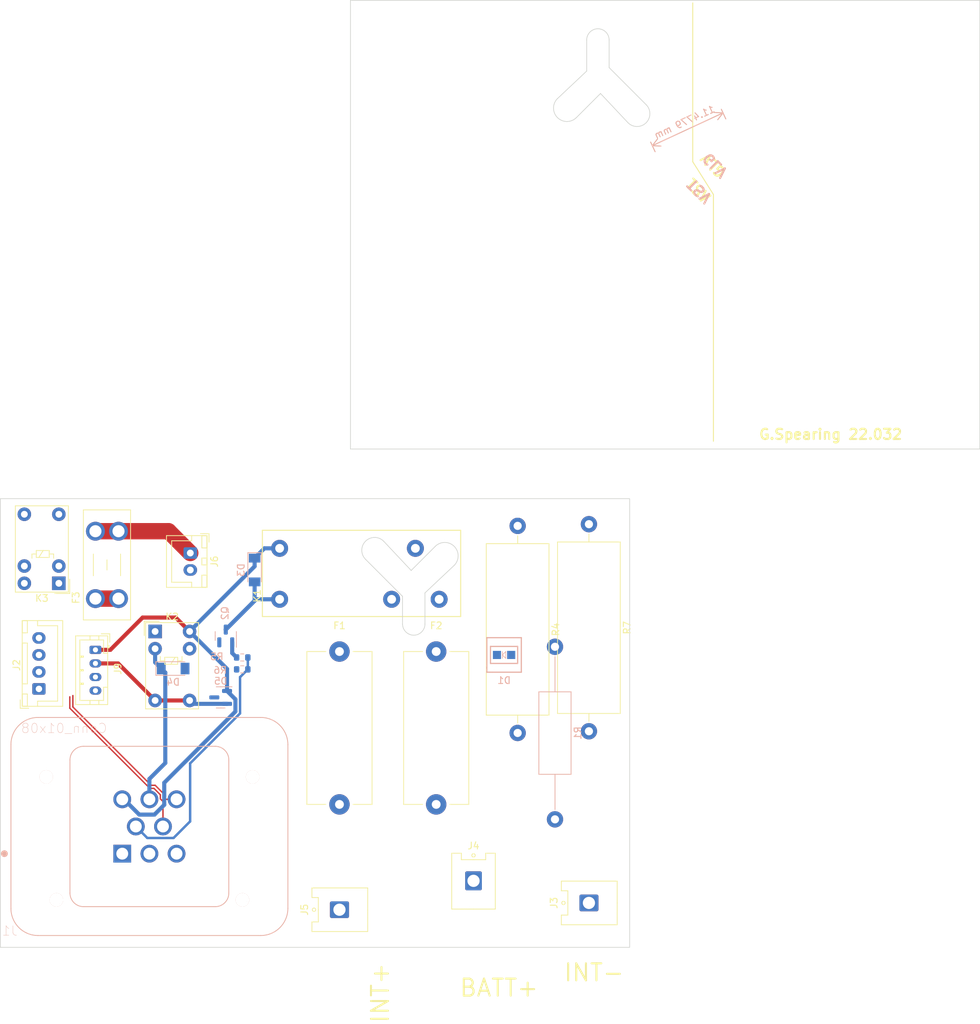
<source format=kicad_pcb>
(kicad_pcb (version 20211014) (generator pcbnew)
  (layers (0 "F.Cu" signal) (31 "B.Cu" signal) (34 "B.Paste" user) (35 "F.Paste" user) (36 "B.SilkS" user "B.Silkscreen") (37 "F.SilkS" user "F.Silkscreen") (38 "B.Mask" user) (39 "F.Mask" user) (44 "Edge.Cuts" user))
  (net 0 "")
  (net 1 "/INT-")
  (net 2 "Net-(D1-Pad2)")
  (net 3 "Net-(D3-Pad2)")
  (net 4 "/MAIN_CONT")
  (net 5 "GND")
  (net 6 "/AIR_B+")
  (net 7 "Net-(F1-Pad1)")
  (net 8 "Net-(F2-Pad1)")
  (net 9 "/B+")
  (net 10 "+12V")
  (net 11 "/PRECHARGE")
  (net 12 "/AIR_B-")
  (net 13 "/BMS_CAN+")
  (net 14 "/BMS_CAN-")
  (net 15 "/INT+")
  (net 16 "Net-(K1-Pad5)")
  (net 18 "Net-(Q2-Pad1)")
  (net 19 "Net-(F3-Pad2)")
  (net 20 "/FAN_OUT")
  (net 21 "/BMS_FAN")
  (footprint "AERO_Footprints:Fuseholder_Cylinder-5x20mm_Schurter_0031_8201_Horizontal_Open_3d" (layer "F.Cu") (at 109.5 145.25 -90)
    (fp_text reference "F1" (at -3.81 0) (layer "F.SilkS"))
    (fp_text value "1A 300VDC")
    (fp_line (start 22.5 4.8) (end 22.5 2) (layer "F.SilkS") (width 0.12))
    (fp_line (start 0 -4.8) (end 22.5 -4.8) (layer "F.SilkS") (width 0.12))
    (fp_line (start 22.5 -2) (end 22.5 -4.8) (layer "F.SilkS") (width 0.12))
    (fp_line (start 0 -2) (end 0 -4.8) (layer "F.SilkS") (width 0.12))
    (fp_line (start 0 4.8) (end 22.5 4.8) (layer "F.SilkS") (width 0.12))
    (fp_line (start 0 4.8) (end 0 2) (layer "F.SilkS") (width 0.12))
    (pad "" np_thru_hole circle locked (at 11.25 0 270) (size 2.7 2.7) (drill 2.7) (layers *.Cu *.Mask))
    (pad "1" thru_hole circle locked (at 0 0 270) (size 3 3) (drill 1.3) (layers *.Cu *.Mask) (net 7 "Net-(F1-Pad1)"))
    (pad "2" thru_hole circle locked (at 22.5 0 270) (size 3 3) (drill 1.3) (layers *.Cu *.Mask) (net 1 "/INT-"))
  )
  (footprint "Connector_JST:JST_PH_B4B-PH-K_1x04_P2.00mm_Vertical" (layer "F.Cu") (at 73.55 145 -90)
    (fp_text reference "J9" (at 2.794 -3.302 90) (layer "F.SilkS"))
    (fp_text value "JST PH")
    (fp_line (start -2.36 -2.11) (end -2.36 -0.86) (layer "F.SilkS") (width 0.12))
    (fp_line (start 8.06 0.8) (end 7.45 0.8) (layer "F.SilkS") (width 0.12))
    (fp_line (start 0.5 -1.81) (end 0.5 -1.2) (layer "F.SilkS") (width 0.12))
    (fp_line (start 2.9 2.3) (end 2.9 1.8) (layer "F.SilkS") (width 0.12))
    (fp_line (start -0.3 -1.81) (end -0.3 -2.01) (layer "F.SilkS") (width 0.12))
    (fp_line (start 0.9 2.3) (end 0.9 1.8) (layer "F.SilkS") (width 0.12))
    (fp_line (start 8.06 -0.5) (end 7.45 -0.5) (layer "F.SilkS") (width 0.12))
    (fp_line (start -2.06 -0.5) (end -1.45 -0.5) (layer "F.SilkS") (width 0.12))
    (fp_line (start -0.3 -1.91) (end -0.6 -1.91) (layer "F.SilkS") (width 0.12))
    (fp_line (start 5 2.3) (end 5 1.8) (layer "F.SilkS") (width 0.12))
    (fp_line (start -0.3 -2.01) (end -0.6 -2.01) (layer "F.SilkS") (width 0.12))
    (fp_line (start -2.06 -1.81) (end -2.06 2.91) (layer "F.SilkS") (width 0.12))
    (fp_line (start 1 2.3) (end 1 1.8) (layer "F.SilkS") (width 0.12))
    (fp_line (start 3 2.3) (end 3 1.8) (layer "F.SilkS") (width 0.12))
    (fp_line (start -1.45 2.3) (end 7.45 2.3) (layer "F.SilkS") (width 0.12))
    (fp_line (start -0.6 -2.01) (end -0.6 -1.81) (layer "F.SilkS") (width 0.12))
    (fp_line (start 4.9 1.8) (end 5.1 1.8) (layer "F.SilkS") (width 0.12))
    (fp_line (start 7.45 -1.2) (end 5.5 -1.2) (layer "F.SilkS") (width 0.12))
    (fp_line (start 7.45 2.3) (end 7.45 -1.2) (layer "F.SilkS") (width 0.12))
    (fp_line (start 8.06 -1.81) (end -2.06 -1.81) (layer "F.SilkS") (width 0.12))
    (fp_line (start -1.45 -1.2) (end -1.45 2.3) (layer "F.SilkS") (width 0.12))
    (fp_line (start -2.06 2.91) (end 8.06 2.91) (layer "F.SilkS") (width 0.12))
    (fp_line (start 3.1 1.8) (end 3.1 2.3) (layer "F.SilkS") (width 0.12))
    (fp_line (start -2.06 0.8) (end -1.45 0.8) (layer "F.SilkS") (width 0.12))
    (fp_line (start 8.06 2.91) (end 8.06 -1.81) (layer "F.SilkS") (width 0.12))
    (fp_line (start 5.5 -1.2) (end 5.5 -1.81) (layer "F.SilkS") (width 0.12))
    (fp_line (start 4.9 2.3) (end 4.9 1.8) (layer "F.SilkS") (width 0.12))
    (fp_line (start 5.1 1.8) (end 5.1 2.3) (layer "F.SilkS") (width 0.12))
    (fp_line (start 0.9 1.8) (end 1.1 1.8) (layer "F.SilkS") (width 0.12))
    (fp_line (start 0.5 -1.2) (end -1.45 -1.2) (layer "F.SilkS") (width 0.12))
    (fp_line (start -1.11 -2.11) (end -2.36 -2.11) (layer "F.SilkS") (width 0.12))
    (fp_line (start 2.9 1.8) (end 3.1 1.8) (layer "F.SilkS") (width 0.12))
    (fp_line (start 1.1 1.8) (end 1.1 2.3) (layer "F.SilkS") (width 0.12))
    (pad "1" thru_hole roundrect locked (at 0 0 270) (size 1.2 1.75) (drill 0.75) (layers *.Cu *.Mask) (roundrect_rratio 0.208333) (net 12 "/AIR_B-"))
    (pad "2" thru_hole oval locked (at 2 0 270) (size 1.2 1.75) (drill 0.75) (layers *.Cu *.Mask) (net 6 "/AIR_B+"))
    (pad "3" thru_hole oval locked (at 4 0 270) (size 1.2 1.75) (drill 0.75) (layers *.Cu *.Mask) (net 5 "GND"))
    (pad "4" thru_hole oval locked (at 6 0 270) (size 1.2 1.75) (drill 0.75) (layers *.Cu *.Mask) (net 5 "GND"))
  )
  (footprint "Relay_THT:Relay_SPDT_Omron_G5V-1" (layer "F.Cu") (at 68.1575 135.2075 180)
    (fp_text reference "K3" (at 2.5 -2.2) (layer "F.SilkS"))
    (fp_text value "G5V-1")
    (fp_line (start 3.327 3.81) (end 1.422 3.81) (layer "F.SilkS") (width 0.12))
    (fp_line (start 0.762 3.683) (end 0.762 4.318) (layer "F.SilkS") (width 0.12))
    (fp_line (start 6.4 11.4) (end -1.4 11.4) (layer "F.SilkS") (width 0.12))
    (fp_line (start 1.422 4.826) (end 3.327 4.826) (layer "F.SilkS") (width 0.12))
    (fp_line (start -1.4 -1.3) (end 6.4 -1.3) (layer "F.SilkS") (width 0.12))
    (fp_line (start 3.962 4.318) (end 3.327 4.318) (layer "F.SilkS") (width 0.12))
    (fp_line (start 1.422 3.81) (end 1.422 4.826) (layer "F.SilkS") (width 0.12))
    (fp_line (start 2.946 3.81) (end 2.311 4.826) (layer "F.SilkS") (width 0.12))
    (fp_line (start -1.6 0.6) (end -1.6 -1.5) (layer "F.SilkS") (width 0.12))
    (fp_line (start 3.962 3.683) (end 3.962 4.318) (layer "F.SilkS") (width 0.12))
    (fp_line (start 6.4 -1.3) (end 6.4 11.4) (layer "F.SilkS") (width 0.12))
    (fp_line (start 0.762 4.318) (end 1.422 4.318) (layer "F.SilkS") (width 0.12))
    (fp_line (start -1.4 11.4) (end -1.4 -1.3) (layer "F.SilkS") (width 0.12))
    (fp_line (start 3.327 3.81) (end 3.327 4.826) (layer "F.SilkS") (width 0.12))
    (fp_line (start -1.6 -1.5) (end 0.6 -1.5) (layer "F.SilkS") (width 0.12))
    (pad "1" thru_hole rect locked (at 0 0 180) (size 2 2) (drill 1) (layers *.Cu *.Mask))
    (pad "2" thru_hole circle locked (at 0 2.54 180) (size 2 2) (drill 1) (layers *.Cu *.Mask) (net 10 "+12V"))
    (pad "5" thru_hole circle locked (at 0 10.16 180) (size 2 2) (drill 1) (layers *.Cu *.Mask) (net 10 "+12V"))
    (pad "6" thru_hole circle locked (at 5.08 10.16 180) (size 2 2) (drill 1) (layers *.Cu *.Mask) (net 10 "+12V"))
    (pad "9" thru_hole circle locked (at 5.08 2.54 180) (size 2 2) (drill 1) (layers *.Cu *.Mask) (net 21 "/BMS_FAN"))
    (pad "10" thru_hole circle locked (at 5.08 0 180) (size 2 2) (drill 1) (layers *.Cu *.Mask) (net 20 "/FAN_OUT"))
  )
  (footprint "AERO_Footprints:G2RL" (layer "F.Cu") (at 113.385 133.75)
    (fp_text reference "K1" (at -16.002 3.302 90) (layer "F.SilkS"))
    (fp_text value "G2RL")
    (fp_line (start -15.24 -6.35) (end 13.97 -6.35) (layer "F.SilkS") (width 0.15))
    (fp_line (start 13.97 -6.35) (end 13.97 6.35) (layer "F.SilkS") (width 0.15))
    (fp_line (start -15.24 6.35) (end -15.24 -6.35) (layer "F.SilkS") (width 0.15))
    (fp_line (start 13.97 6.35) (end -15.24 6.35) (layer "F.SilkS") (width 0.15))
    (pad "1" thru_hole circle locked (at 3.8 3.81) (size 2.5 2.5) (drill 1.3) (layers *.Cu *.Mask) (net 7 "Net-(F1-Pad1)"))
    (pad "2" thru_hole circle locked (at -12.7 -3.69) (size 2.5 2.5) (drill 1.3) (layers *.Cu *.Mask) (net 12 "/AIR_B-"))
    (pad "5" thru_hole circle locked (at 7.3 -3.69) (size 2.5 2.5) (drill 1.3) (layers *.Cu *.Mask) (net 16 "Net-(K1-Pad5)"))
    (pad "9" thru_hole circle locked (at -12.7 3.81) (size 2.5 2.5) (drill 1.3) (layers *.Cu *.Mask) (net 3 "Net-(D3-Pad2)"))
    (pad "10" thru_hole circle locked (at 10.8 3.81) (size 2.5 2.5) (drill 1.3) (layers *.Cu *.Mask) (net 8 "Net-(F2-Pad1)"))
  )
  (footprint "AERO_Footprints:Fuseholder_Blade_Mini_Keystone_3568" (layer "F.Cu") (at 73.55 137.46 90)
    (fp_text reference "F3" (at 0.134 -2.872 90) (layer "F.SilkS"))
    (fp_text value "Fuse")
    (fp_line (start 6.56 3.7) (end 3.36 3.7) (layer "F.SilkS") (width 0.12))
    (fp_line (start 13.06 -1.77) (end -3.14 -1.77) (layer "F.SilkS") (width 0.12))
    (fp_line (start 3.36 -0.3) (end 6.56 -0.3) (layer "F.SilkS") (width 0.12))
    (fp_line (start -3.14 5.17) (end 13.06 5.17) (layer "F.SilkS") (width 0.12))
    (fp_line (start 4.21 1.7) (end 5.71 1.7) (layer "F.SilkS") (width 0.12))
    (fp_line (start -3.14 -1.77) (end -3.14 5.17) (layer "F.SilkS") (width 0.12))
    (fp_line (start 13.06 5.17) (end 13.06 -1.77) (layer "F.SilkS") (width 0.12))
    (pad "1" thru_hole circle locked (at 0 3.4 90) (size 2.78 2.78) (drill 1.78) (layers *.Cu *.Mask) (net 20 "/FAN_OUT"))
    (pad "1" thru_hole circle locked (at 0 0 90) (size 2.78 2.78) (drill 1.78) (layers *.Cu *.Mask) (net 20 "/FAN_OUT"))
    (pad "2" thru_hole circle locked (at 9.92 0 90) (size 2.78 2.78) (drill 1.78) (layers *.Cu *.Mask) (net 19 "Net-(F3-Pad2)"))
    (pad "2" thru_hole circle locked (at 9.92 3.4 90) (size 2.78 2.78) (drill 1.78) (layers *.Cu *.Mask) (net 19 "Net-(F3-Pad2)"))
  )
  (footprint "Connector_JST:JST_XH_B4B-XH-A_1x04_P2.50mm_Vertical" (layer "F.Cu") (at 65.225 150.75 90)
    (fp_text reference "J2" (at 3.496 -3.285 90) (layer "F.SilkS"))
    (fp_text value "Conn_01x04")
    (fp_line (start -1.6 -2.75) (end -2.85 -2.75) (layer "F.SilkS") (width 0.12))
    (fp_line (start -2.85 -2.75) (end -2.85 -1.5) (layer "F.SilkS") (width 0.12))
    (fp_line (start 6.75 -2.45) (end 0.75 -2.45) (layer "F.SilkS") (width 0.12))
    (fp_line (start 0.75 -2.45) (end 0.75 -1.7) (layer "F.SilkS") (width 0.12))
    (fp_line (start 0.75 -1.7) (end 6.75 -1.7) (layer "F.SilkS") (width 0.12))
    (fp_line (start -1.8 -0.2) (end -1.8 2.75) (layer "F.SilkS") (width 0.12))
    (fp_line (start -1.8 2.75) (end 3.75 2.75) (layer "F.SilkS") (width 0.12))
    (fp_line (start 8.25 -2.45) (end 8.25 -1.7) (layer "F.SilkS") (width 0.12))
    (fp_line (start -0.75 -1.7) (end -0.75 -2.45) (layer "F.SilkS") (width 0.12))
    (fp_line (start 8.25 -1.7) (end 10.05 -1.7) (layer "F.SilkS") (width 0.12))
    (fp_line (start 6.75 -1.7) (end 6.75 -2.45) (layer "F.SilkS") (width 0.12))
    (fp_line (start -0.75 -2.45) (end -2.55 -2.45) (layer "F.SilkS") (width 0.12))
    (fp_line (start 9.3 -0.2) (end 9.3 2.75) (layer "F.SilkS") (width 0.12))
    (fp_line (start -2.56 -2.46) (end -2.56 3.51) (layer "F.SilkS") (width 0.12))
    (fp_line (start 9.3 2.75) (end 3.75 2.75) (layer "F.SilkS") (width 0.12))
    (fp_line (start 10.06 3.51) (end 10.06 -2.46) (layer "F.SilkS") (width 0.12))
    (fp_line (start -2.55 -0.2) (end -1.8 -0.2) (layer "F.SilkS") (width 0.12))
    (fp_line (start 10.05 -2.45) (end 8.25 -2.45) (layer "F.SilkS") (width 0.12))
    (fp_line (start 10.06 -2.46) (end -2.56 -2.46) (layer "F.SilkS") (width 0.12))
    (fp_line (start 10.05 -1.7) (end 10.05 -2.45) (layer "F.SilkS") (width 0.12))
    (fp_line (start -2.55 -2.45) (end -2.55 -1.7) (layer "F.SilkS") (width 0.12))
    (fp_line (start -2.55 -1.7) (end -0.75 -1.7) (layer "F.SilkS") (width 0.12))
    (fp_line (start -2.56 3.51) (end 10.06 3.51) (layer "F.SilkS") (width 0.12))
    (fp_line (start 10.05 -0.2) (end 9.3 -0.2) (layer "F.SilkS") (width 0.12))
    (pad "1" thru_hole roundrect locked (at 0 0 90) (size 1.7 1.95) (drill 0.95) (layers *.Cu *.Mask) (roundrect_rratio 0.147059) (net 10 "+12V"))
    (pad "2" thru_hole oval locked (at 2.5 0 90) (size 1.7 1.95) (drill 0.95) (layers *.Cu *.Mask) (net 13 "/BMS_CAN+"))
    (pad "3" thru_hole oval locked (at 5 0 90) (size 1.7 1.95) (drill 0.95) (layers *.Cu *.Mask) (net 14 "/BMS_CAN-"))
    (pad "4" thru_hole oval locked (at 7.5 0 90) (size 1.7 1.95) (drill 0.95) (layers *.Cu *.Mask) (net 5 "GND"))
  )
  (footprint "Connector_Hirose:Hirose_DF63M-1P-3.96DSA_1x01_P3.96mm_Vertical" (layer "F.Cu") (at 146.25 182.25 90)
    (fp_text reference "J3" (at 0 -5.15 90) (layer "F.SilkS"))
    (fp_text value "Conn_01x01")
    (fp_line (start 0 4.16) (end 3.21 4.16) (layer "F.SilkS") (width 0.12))
    (fp_line (start 3.21 4.16) (end 3.21 -4.06) (layer "F.SilkS") (width 0.12))
    (fp_line (start 1.79 -4.06) (end 1.79 -3.11) (layer "F.SilkS") (width 0.12))
    (fp_line (start 3.21 -4.06) (end 1.79 -4.06) (layer "F.SilkS") (width 0.12))
    (fp_line (start 1.79 -3.11) (end 0 -3.11) (layer "F.SilkS") (width 0.12))
    (fp_line (start -3.21 -4.06) (end -1.79 -4.06) (layer "F.SilkS") (width 0.12))
    (fp_line (start 0 4.16) (end -3.21 4.16) (layer "F.SilkS") (width 0.12))
    (fp_line (start -1.79 -3.11) (end 0 -3.11) (layer "F.SilkS") (width 0.12))
    (fp_line (start -1.79 -4.06) (end -1.79 -3.11) (layer "F.SilkS") (width 0.12))
    (fp_line (start -3.21 4.16) (end -3.21 -4.06) (layer "F.SilkS") (width 0.12))
    (fp_circle (center 0 -3.75) (end 0.25 -3.75) (layer "F.SilkS") (width 0.12) (fill none))
    (pad "" np_thru_hole circle locked (at -1.5 3.25 90) (size 1.6 1.6) (drill 1.6) (layers *.Cu *.Mask))
    (pad "1" thru_hole roundrect locked (at 0 0 90) (size 2.46 2.8) (drill 1.8) (layers *.Cu *.Mask) (roundrect_rratio 0.101626) (net 15 "/INT+"))
  )
  (footprint "AERO_Footprints:Fuseholder_Cylinder-5x20mm_Schurter_0031_8201_Horizontal_Open_3d" (layer "F.Cu") (at 123.75 145.25 -90)
    (fp_text reference "F2" (at -3.81 0) (layer "F.SilkS"))
    (fp_text value "1A 300VDC")
    (fp_line (start 0 -4.8) (end 22.5 -4.8) (layer "F.SilkS") (width 0.12))
    (fp_line (start 0 4.8) (end 0 2) (layer "F.SilkS") (width 0.12))
    (fp_line (start 22.5 4.8) (end 22.5 2) (layer "F.SilkS") (width 0.12))
    (fp_line (start 22.5 -2) (end 22.5 -4.8) (layer "F.SilkS") (width 0.12))
    (fp_line (start 0 -2) (end 0 -4.8) (layer "F.SilkS") (width 0.12))
    (fp_line (start 0 4.8) (end 22.5 4.8) (layer "F.SilkS") (width 0.12))
    (pad "" np_thru_hole circle locked (at 11.25 0 270) (size 2.7 2.7) (drill 2.7) (layers *.Cu *.Mask))
    (pad "1" thru_hole circle locked (at 0 0 270) (size 3 3) (drill 1.3) (layers *.Cu *.Mask) (net 8 "Net-(F2-Pad1)"))
    (pad "2" thru_hole circle locked (at 22.5 0 270) (size 3 3) (drill 1.3) (layers *.Cu *.Mask) (net 9 "/B+"))
  )
  (footprint "Connector_JST:JST_XH_B2B-XH-A_1x02_P2.50mm_Vertical" (layer "F.Cu") (at 87.525 130.75 -90)
    (fp_text reference "J6" (at 1.25 -3.55 90) (layer "F.SilkS"))
    (fp_text value "Conn_01x02")
    (fp_line (start -2.55 -1.7) (end -0.75 -1.7) (layer "F.SilkS") (width 0.12))
    (fp_line (start -0.75 -2.45) (end -2.55 -2.45) (layer "F.SilkS") (width 0.12))
    (fp_line (start 5.06 -2.46) (end -2.56 -2.46) (layer "F.SilkS") (width 0.12))
    (fp_line (start -0.75 -1.7) (end -0.75 -2.45) (layer "F.SilkS") (width 0.12))
    (fp_line (start -1.8 2.75) (end 1.25 2.75) (layer "F.SilkS") (width 0.12))
    (fp_line (start -1.6 -2.75) (end -2.85 -2.75) (layer "F.SilkS") (width 0.12))
    (fp_line (start 0.75 -2.45) (end 0.75 -1.7) (layer "F.SilkS") (width 0.12))
    (fp_line (start 5.06 3.51) (end 5.06 -2.46) (layer "F.SilkS") (width 0.12))
    (fp_line (start 5.05 -1.7) (end 5.05 -2.45) (layer "F.SilkS") (width 0.12))
    (fp_line (start 1.75 -1.7) (end 1.75 -2.45) (layer "F.SilkS") (width 0.12))
    (fp_line (start 1.75 -2.45) (end 0.75 -2.45) (layer "F.SilkS") (width 0.12))
    (fp_line (start 4.3 2.75) (end 1.25 2.75) (layer "F.SilkS") (width 0.12))
    (fp_line (start -2.55 -2.45) (end -2.55 -1.7) (layer "F.SilkS") (width 0.12))
    (fp_line (start 0.75 -1.7) (end 1.75 -1.7) (layer "F.SilkS") (width 0.12))
    (fp_line (start 5.05 -0.2) (end 4.3 -0.2) (layer "F.SilkS") (width 0.12))
    (fp_line (start 5.05 -2.45) (end 3.25 -2.45) (layer "F.SilkS") (width 0.12))
    (fp_line (start -2.56 3.51) (end 5.06 3.51) (layer "F.SilkS") (width 0.12))
    (fp_line (start -2.56 -2.46) (end -2.56 3.51) (layer "F.SilkS") (width 0.12))
    (fp_line (start 3.25 -2.45) (end 3.25 -1.7) (layer "F.SilkS") (width 0.12))
    (fp_line (start 3.25 -1.7) (end 5.05 -1.7) (layer "F.SilkS") (width 0.12))
    (fp_line (start -2.85 -2.75) (end -2.85 -1.5) (layer "F.SilkS") (width 0.12))
    (fp_line (start -2.55 -0.2) (end -1.8 -0.2) (layer "F.SilkS") (width 0.12))
    (fp_line (start 4.3 -0.2) (end 4.3 2.75) (layer "F.SilkS") (width 0.12))
    (fp_line (start -1.8 -0.2) (end -1.8 2.75) (layer "F.SilkS") (width 0.12))
    (pad "1" thru_hole roundrect locked (at 0 0 270) (size 1.7 2) (drill 1) (layers *.Cu *.Mask) (roundrect_rratio 0.147059) (net 19 "Net-(F3-Pad2)"))
    (pad "2" thru_hole oval locked (at 2.5 0 270) (size 1.7 2) (drill 1) (layers *.Cu *.Mask) (net 5 "GND"))
  )
  (footprint "Resistor_THT:R_Axial_Power_L25.0mm_W9.0mm_P30.48mm" (layer "F.Cu") (at 135.75 126.755 -90)
    (fp_text reference "R4" (at 15.24 -5.62 90) (layer "F.SilkS"))
    (fp_text value "1k 7W")
    (fp_line (start 2.62 4.62) (end 27.86 4.62) (layer "F.SilkS") (width 0.12))
    (fp_line (start 29.04 0) (end 27.86 0) (layer "F.SilkS") (width 0.12))
    (fp_line (start 2.62 -4.62) (end 2.62 4.62) (layer "F.SilkS") (width 0.12))
    (fp_line (start 27.86 -4.62) (end 2.62 -4.62) (layer "F.SilkS") (width 0.12))
    (fp_line (start 27.86 4.62) (end 27.86 -4.62) (layer "F.SilkS") (width 0.12))
    (fp_line (start 1.44 0) (end 2.62 0) (layer "F.SilkS") (width 0.12))
    (pad "1" thru_hole circle locked (at 0 0 270) (size 2.4 2.4) (drill 1.2) (layers *.Cu *.Mask) (net 16 "Net-(K1-Pad5)"))
    (pad "2" thru_hole oval locked (at 30.48 0 270) (size 2.4 2.4) (drill 1.2) (layers *.Cu *.Mask) (net 15 "/INT+"))
  )
  (footprint "Resistor_THT:R_Axial_Power_L25.0mm_W9.0mm_P30.48mm" (layer "F.Cu") (at 146.25 126.505 -90)
    (fp_text reference "R7" (at 15.24 -5.62 90) (layer "F.SilkS"))
    (fp_text value "1k 7W")
    (fp_line (start 27.86 4.62) (end 27.86 -4.62) (layer "F.SilkS") (width 0.12))
    (fp_line (start 27.86 -4.62) (end 2.62 -4.62) (layer "F.SilkS") (width 0.12))
    (fp_line (start 2.62 -4.62) (end 2.62 4.62) (layer "F.SilkS") (width 0.12))
    (fp_line (start 1.44 0) (end 2.62 0) (layer "F.SilkS") (width 0.12))
    (fp_line (start 2.62 4.62) (end 27.86 4.62) (layer "F.SilkS") (width 0.12))
    (fp_line (start 29.04 0) (end 27.86 0) (layer "F.SilkS") (width 0.12))
    (pad "1" thru_hole circle locked (at 0 0 270) (size 2.4 2.4) (drill 1.2) (layers *.Cu *.Mask) (net 16 "Net-(K1-Pad5)"))
    (pad "2" thru_hole oval locked (at 30.48 0 270) (size 2.4 2.4) (drill 1.2) (layers *.Cu *.Mask) (net 15 "/INT+"))
  )
  (footprint "Connector_Hirose:Hirose_DF63M-1P-3.96DSA_1x01_P3.96mm_Vertical" (layer "F.Cu") (at 129.25 179)
    (fp_text reference "J4" (at 0 -5.15) (layer "F.SilkS"))
    (fp_text value "Conn_01x01")
    (fp_line (start 0 4.16) (end 3.21 4.16) (layer "F.SilkS") (width 0.12))
    (fp_line (start -1.79 -3.11) (end 0 -3.11) (layer "F.SilkS") (width 0.12))
    (fp_line (start 0 4.16) (end -3.21 4.16) (layer "F.SilkS") (width 0.12))
    (fp_line (start 3.21 -4.06) (end 1.79 -4.06) (layer "F.SilkS") (width 0.12))
    (fp_line (start -1.79 -4.06) (end -1.79 -3.11) (layer "F.SilkS") (width 0.12))
    (fp_line (start 1.79 -4.06) (end 1.79 -3.11) (layer "F.SilkS") (width 0.12))
    (fp_line (start 1.79 -3.11) (end 0 -3.11) (layer "F.SilkS") (width 0.12))
    (fp_line (start 3.21 4.16) (end 3.21 -4.06) (layer "F.SilkS") (width 0.12))
    (fp_line (start -3.21 -4.06) (end -1.79 -4.06) (layer "F.SilkS") (width 0.12))
    (fp_line (start -3.21 4.16) (end -3.21 -4.06) (layer "F.SilkS") (width 0.12))
    (fp_circle (center 0 -3.75) (end 0.25 -3.75) (layer "F.SilkS") (width 0.12) (fill none))
    (pad "" np_thru_hole circle locked (at -1.5 3.25) (size 1.6 1.6) (drill 1.6) (layers *.Cu *.Mask))
    (pad "1" thru_hole roundrect locked (at 0 0) (size 2.46 2.8) (drill 1.8) (layers *.Cu *.Mask) (roundrect_rratio 0.101626) (net 9 "/B+"))
  )
  (footprint "Connector_Hirose:Hirose_DF63M-1P-3.96DSA_1x01_P3.96mm_Vertical" (layer "F.Cu") (at 109.5 183.25 90)
    (fp_text reference "J5" (at 0 -5.15 90) (layer "F.SilkS"))
    (fp_text value "Conn_01x01")
    (fp_line (start -1.79 -4.06) (end -1.79 -3.11) (layer "F.SilkS") (width 0.12))
    (fp_line (start 1.79 -4.06) (end 1.79 -3.11) (layer "F.SilkS") (width 0.12))
    (fp_line (start 3.21 -4.06) (end 1.79 -4.06) (layer "F.SilkS") (width 0.12))
    (fp_line (start -3.21 4.16) (end -3.21 -4.06) (layer "F.SilkS") (width 0.12))
    (fp_line (start -3.21 -4.06) (end -1.79 -4.06) (layer "F.SilkS") (width 0.12))
    (fp_line (start 0 4.16) (end 3.21 4.16) (layer "F.SilkS") (width 0.12))
    (fp_line (start 0 4.16) (end -3.21 4.16) (layer "F.SilkS") (width 0.12))
    (fp_line (start -1.79 -3.11) (end 0 -3.11) (layer "F.SilkS") (width 0.12))
    (fp_line (start 1.79 -3.11) (end 0 -3.11) (layer "F.SilkS") (width 0.12))
    (fp_line (start 3.21 4.16) (end 3.21 -4.06) (layer "F.SilkS") (width 0.12))
    (fp_circle (center 0 -3.75) (end 0.25 -3.75) (layer "F.SilkS") (width 0.12) (fill none))
    (pad "" np_thru_hole circle locked (at -1.5 3.25 90) (size 1.6 1.6) (drill 1.6) (layers *.Cu *.Mask))
    (pad "1" thru_hole roundrect locked (at 0 0 90) (size 2.46 2.8) (drill 1.8) (layers *.Cu *.Mask) (roundrect_rratio 0.101626) (net 1 "/INT-"))
  )
  (footprint "Relay_THT:Relay_SPDT_Omron_G5V-1" (layer "F.Cu") (at 82.3425 142.2925)
    (fp_text reference "K2" (at 2.5 -2.159) (layer "F.SilkS"))
    (fp_text value "G5V-1")
    (fp_line (start -1.6 -1.5) (end 0.6 -1.5) (layer "F.SilkS") (width 0.12))
    (fp_line (start 0.762 3.683) (end 0.762 4.318) (layer "F.SilkS") (width 0.12))
    (fp_line (start 3.962 3.683) (end 3.962 4.318) (layer "F.SilkS") (width 0.12))
    (fp_line (start -1.4 -1.3) (end 6.4 -1.3) (layer "F.SilkS") (width 0.12))
    (fp_line (start 1.422 4.826) (end 3.327 4.826) (layer "F.SilkS") (width 0.12))
    (fp_line (start 6.4 11.4) (end -1.4 11.4) (layer "F.SilkS") (width 0.12))
    (fp_line (start 3.327 3.81) (end 1.422 3.81) (layer "F.SilkS") (width 0.12))
    (fp_line (start 6.4 -1.3) (end 6.4 11.4) (layer "F.SilkS") (width 0.12))
    (fp_line (start -1.6 0.6) (end -1.6 -1.5) (layer "F.SilkS") (width 0.12))
    (fp_line (start 2.946 3.81) (end 2.311 4.826) (layer "F.SilkS") (width 0.12))
    (fp_line (start 1.422 3.81) (end 1.422 4.826) (layer "F.SilkS") (width 0.12))
    (fp_line (start 0.762 4.318) (end 1.422 4.318) (layer "F.SilkS") (width 0.12))
    (fp_line (start 3.327 3.81) (end 3.327 4.826) (layer "F.SilkS") (width 0.12))
    (fp_line (start -1.4 11.4) (end -1.4 -1.3) (layer "F.SilkS") (width 0.12))
    (fp_line (start 3.962 4.318) (end 3.327 4.318) (layer "F.SilkS") (width 0.12))
    (pad "1" thru_hole rect locked (at 0 0) (size 2 2) (drill 1) (layers *.Cu *.Mask))
    (pad "2" thru_hole circle locked (at 0 2.54) (size 2 2) (drill 1) (layers *.Cu *.Mask) (net 4 "/MAIN_CONT"))
    (pad "5" thru_hole circle locked (at 0 10.16) (size 2 2) (drill 1) (layers *.Cu *.Mask) (net 6 "/AIR_B+"))
    (pad "6" thru_hole circle locked (at 5.08 10.16) (size 2 2) (drill 1) (layers *.Cu *.Mask) (net 6 "/AIR_B+"))
    (pad "9" thru_hole circle locked (at 5.08 2.54) (size 2 2) (drill 1) (layers *.Cu *.Mask) (net 5 "GND"))
    (pad "10" thru_hole circle locked (at 5.08 0) (size 2 2) (drill 1) (layers *.Cu *.Mask) (net 12 "/AIR_B-"))
  )
  (footprint "Package_TO_SOT_SMD:SOT-23" (layer "B.Cu") (at 92.75 142.95781 90)
    (fp_text reference "Q2" (at 3.3505 -0.127 90) (layer "B.SilkS") (effects (justify mirror)))
    (fp_text value "MMBT2222A")
    (fp_line (start 0 1.56) (end -1.675 1.56) (layer "B.SilkS") (width 0.12))
    (fp_line (start 0 1.56) (end 0.65 1.56) (layer "B.SilkS") (width 0.12))
    (fp_line (start 0 -1.56) (end -0.65 -1.56) (layer "B.SilkS") (width 0.12))
    (fp_line (start 0 -1.56) (end 0.65 -1.56) (layer "B.SilkS") (width 0.12))
    (pad "1" smd roundrect locked (at -0.9375 0.95 90) (size 1.475 0.6) (layers "B.Cu" "B.Paste" "B.Mask") (net 18 "Net-(Q2-Pad1)"))
    (pad "2" smd roundrect locked (at -0.9375 -0.95 90) (size 1.475 0.6) (layers "B.Cu" "B.Paste" "B.Mask") (net 5 "GND"))
    (pad "3" smd roundrect locked (at 0.9375 0 90) (size 1.475 0.6) (layers "B.Cu" "B.Paste" "B.Mask") (net 3 "Net-(D3-Pad2)"))
  )
  (footprint "Diode_SMD:D_MiniMELF" (layer "B.Cu") (at 97 133.25 -90)
    (fp_text reference "D3" (at 0 2 90) (layer "B.SilkS") (effects (justify mirror)))
    (fp_text value "1N4148")
    (fp_line (start -2.55 -1) (end 1.75 -1) (layer "B.SilkS") (width 0.12))
    (fp_line (start 1.75 1) (end -2.55 1) (layer "B.SilkS") (width 0.12))
    (fp_line (start -2.55 1) (end -2.55 -1) (layer "B.SilkS") (width 0.12))
    (pad "1" smd rect locked (at -1.75 0 270) (size 1.3 1.7) (layers "B.Cu" "B.Paste" "B.Mask") (net 12 "/AIR_B-"))
    (pad "2" smd rect locked (at 1.75 0 270) (size 1.3 1.7) (layers "B.Cu" "B.Paste" "B.Mask") (net 3 "Net-(D3-Pad2)"))
  )
  (footprint "Resistor_SMD:R_0603_1608Metric" (layer "B.Cu") (at 95.175 146.125)
    (fp_text reference "R5" (at -3.746 -0.127) (layer "B.SilkS") (effects (justify mirror)))
    (fp_text value "10k")
    (fp_line (start -0.237258 0.5225) (end 0.237258 0.5225) (layer "B.SilkS") (width 0.12))
    (fp_line (start -0.237258 -0.5225) (end 0.237258 -0.5225) (layer "B.SilkS") (width 0.12))
    (pad "1" smd roundrect locked (at -0.825 0) (size 0.8 0.95) (layers "B.Cu" "B.Paste" "B.Mask") (net 18 "Net-(Q2-Pad1)"))
    (pad "2" smd roundrect locked (at 0.825 0) (size 0.8 0.95) (layers "B.Cu" "B.Paste" "B.Mask") (net 11 "/PRECHARGE"))
  )
  (footprint "Diode_SMD:D_MiniMELF" (layer "B.Cu") (at 85 147.75)
    (fp_text reference "D4" (at 0 2) (layer "B.SilkS") (effects (justify mirror)))
    (fp_text value "1N4148")
    (fp_line (start -2.55 1) (end -2.55 -1) (layer "B.SilkS") (width 0.12))
    (fp_line (start 1.75 1) (end -2.55 1) (layer "B.SilkS") (width 0.12))
    (fp_line (start -2.55 -1) (end 1.75 -1) (layer "B.SilkS") (width 0.12))
    (pad "1" smd rect locked (at -1.75 0) (size 1.3 1.7) (layers "B.Cu" "B.Paste" "B.Mask") (net 4 "/MAIN_CONT"))
    (pad "2" smd rect locked (at 1.75 0) (size 1.3 1.7) (layers "B.Cu" "B.Paste" "B.Mask") (net 5 "GND"))
  )
  (footprint "AERO_Footprints:TE_1-776276-1_8pin_Vertical" (layer "B.Cu") (at 81.5 171)
    (fp_text reference "J1" (at -20.574 15.367) (layer "B.SilkS") (effects (font (size 1.40074 1.40074) (thickness 0.05)) (justify mirror)))
    (fp_text value "Conn_01x08" (at -12.5639 -14.4485) (layer "B.SilkS") (effects (font (size 1.40099 1.40099) (thickness 0.05)) (justify mirror)))
    (fp_line (start 11.7 9.8) (end 11.7 -9.8) (layer "B.SilkS") (width 0.127))
    (fp_line (start 16.4 16.05) (end -16.4 16.05) (layer "B.SilkS") (width 0.127))
    (fp_line (start 9.7 -11.8) (end -9.7 -11.8) (layer "B.SilkS") (width 0.127))
    (fp_line (start -16.4 -16.05) (end 16.4 -16.05) (layer "B.SilkS") (width 0.127))
    (fp_line (start -20.4 12.05) (end -20.4 -12.05) (layer "B.SilkS") (width 0.127))
    (fp_line (start 20.4 -12.05) (end 20.4 12.05) (layer "B.SilkS") (width 0.127))
    (fp_line (start -9.7 11.8) (end 9.7 11.8) (layer "B.SilkS") (width 0.127))
    (fp_line (start -11.7 -9.8) (end -11.7 9.8) (layer "B.SilkS") (width 0.127))
    (fp_arc (start -11.7 -9.8) (mid -11.114214 -11.214214) (end -9.7 -11.8) (layer "B.SilkS") (width 0.127))
    (fp_arc (start -20.4 -12.05) (mid -19.228427 -14.878427) (end -16.4 -16.05) (layer "B.SilkS") (width 0.127))
    (fp_arc (start 16.4 -16.05) (mid 19.228427 -14.878427) (end 20.4 -12.05) (layer "B.SilkS") (width 0.127))
    (fp_arc (start 9.7 -11.8) (mid 11.114214 -11.214214) (end 11.7 -9.8) (layer "B.SilkS") (width 0.127))
    (fp_arc (start 11.7 9.8) (mid 11.114214 11.214214) (end 9.7 11.8) (layer "B.SilkS") (width 0.127))
    (fp_arc (start 20.4 12.05) (mid 19.228427 14.878427) (end 16.4 16.05) (layer "B.SilkS") (width 0.127))
    (fp_arc (start -9.7 11.8) (mid -11.114214 11.214214) (end -11.7 9.8) (layer "B.SilkS") (width 0.127))
    (fp_arc (start -16.4 16.05) (mid -19.228427 14.878427) (end -20.4 12.05) (layer "B.SilkS") (width 0.127))
    (fp_circle (center -21.365 4) (end -21.115 4) (layer "B.SilkS") (width 0.5) (fill none))
    (pad "" np_thru_hole circle locked (at 13.7 10.8) (size 2 2) (drill 2) (layers *.Cu *.Mask "B.SilkS"))
    (pad "" np_thru_hole circle locked (at -15.2 -7.3) (size 2 2) (drill 2) (layers *.Cu *.Mask "B.SilkS"))
    (pad "" np_thru_hole circle locked (at 15.2 -7.3) (size 2 2) (drill 2) (layers *.Cu *.Mask "B.SilkS"))
    (pad "" np_thru_hole circle locked (at -13.7 10.8) (size 2 2) (drill 2) (layers *.Cu *.Mask "B.SilkS"))
    (pad "1" thru_hole rect locked (at -4 4) (size 2.625 2.625) (drill 1.75) (layers *.Cu *.Mask) (net 5 "GND"))
    (pad "2" thru_hole circle locked (at 0 4) (size 2.625 2.625) (drill 1.75) (layers *.Cu *.Mask) (net 21 "/BMS_FAN"))
    (pad "3" thru_hole circle locked (at 4 4) (size 2.625 2.625) (drill 1.75) (layers *.Cu *.Mask) (net 10 "+12V"))
    (pad "4" thru_hole circle locked (at -2 0) (size 2.625 2.625) (drill 1.75) (layers *.Cu *.Mask) (net 11 "/PRECHARGE"))
    (pad "5" thru_hole circle locked (at 2 0) (size 2.625 2.625) (drill 1.75) (layers *.Cu *.Mask) (net 13 "/BMS_CAN+"))
    (pad "6" thru_hole circle locked (at -4 -4) (size 2.625 2.625) (drill 1.75) (layers *.Cu *.Mask) (net 12 "/AIR_B-"))
    (pad "7" thru_hole circle locked (at 0 -4) (size 2.625 2.625) (drill 1.75) (layers *.Cu *.Mask) (net 4 "/MAIN_CONT"))
    (pad "8" thru_hole circle locked (at 4 -4) (size 2.625 2.625) (drill 1.75) (layers *.Cu *.Mask) (net 14 "/BMS_CAN-"))
  )
  (footprint "Package_TO_SOT_SMD:SOT-23" (layer "B.Cu") (at 92 152 180)
    (fp_text reference "D5" (at 0 2.4) (layer "B.SilkS") (effects (justify mirror)))
    (fp_text value "MMBZxx")
    (fp_line (start 0 1.56) (end -1.675 1.56) (layer "B.SilkS") (width 0.12))
    (fp_line (start 0 -1.56) (end 0.65 -1.56) (layer "B.SilkS") (width 0.12))
    (fp_line (start 0 1.56) (end 0.65 1.56) (layer "B.SilkS") (width 0.12))
    (fp_line (start 0 -1.56) (end -0.65 -1.56) (layer "B.SilkS") (width 0.12))
    (pad "1" smd roundrect locked (at -0.9375 0.95 180) (size 1.475 0.6) (layers "B.Cu" "B.Paste" "B.Mask") (net 12 "/AIR_B-"))
    (pad "2" smd roundrect locked (at -0.9375 -0.95 180) (size 1.475 0.6) (layers "B.Cu" "B.Paste" "B.Mask") (net 6 "/AIR_B+"))
    (pad "3" smd roundrect locked (at 0.9375 0 180) (size 1.475 0.6) (layers "B.Cu" "B.Paste" "B.Mask") (net 5 "GND"))
  )
  (footprint "Resistor_THT:R_Axial_DIN0414_L11.9mm_D4.5mm_P25.40mm_Horizontal" (layer "B.Cu") (at 141.25 169.95 90)
    (fp_text reference "R1" (at 12.7 3.37 90) (layer "B.SilkS") (effects (justify mirror)))
    (fp_text value "39k")
    (fp_line (start 18.77 -2.37) (end 18.77 2.37) (layer "B.SilkS") (width 0.12))
    (fp_line (start 6.63 2.37) (end 6.63 -2.37) (layer "B.SilkS") (width 0.12))
    (fp_line (start 1.44 0) (end 6.63 0) (layer "B.SilkS") (width 0.12))
    (fp_line (start 18.77 2.37) (end 6.63 2.37) (layer "B.SilkS") (width 0.12))
    (fp_line (start 6.63 -2.37) (end 18.77 -2.37) (layer "B.SilkS") (width 0.12))
    (fp_line (start 23.96 0) (end 18.77 0) (layer "B.SilkS") (width 0.12))
    (pad "1" thru_hole circle locked (at 0 0 90) (size 2.4 2.4) (drill 1.2) (layers *.Cu *.Mask) (net 15 "/INT+"))
    (pad "2" thru_hole oval locked (at 25.4 0 90) (size 2.4 2.4) (drill 1.2) (layers *.Cu *.Mask) (net 2 "Net-(D1-Pad2)"))
  )
  (footprint "Resistor_SMD:R_0603_1608Metric" (layer "B.Cu") (at 95.175 147.875)
    (fp_text reference "R6" (at -3.238 0.127) (layer "B.SilkS") (effects (justify mirror)))
    (fp_text value "2k")
    (fp_line (start -0.237258 0.5225) (end 0.237258 0.5225) (layer "B.SilkS") (width 0.12))
    (fp_line (start -0.237258 -0.5225) (end 0.237258 -0.5225) (layer "B.SilkS") (width 0.12))
    (pad "1" smd roundrect locked (at -0.825 0) (size 0.8 0.95) (layers "B.Cu" "B.Paste" "B.Mask") (net 5 "GND"))
    (pad "2" smd roundrect locked (at 0.825 0) (size 0.8 0.95) (layers "B.Cu" "B.Paste" "B.Mask") (net 11 "/PRECHARGE"))
  )
  (footprint "AERO_Footprints:LPA-C011301S-x LED 0805 LIGHT PIPE SINGLE VERT SMD" (layer "B.Cu") (at 133.75 145.75)
    (fp_text reference "D1" (at 0 3.75 180) (layer "B.SilkS") (effects (justify mirror)))
    (fp_text value "LED")
    (fp_line (start -2 -1.25) (end -2 1.25) (layer "B.SilkS") (width 0.18))
    (fp_line (start 2 -1.25) (end -2 -1.25) (layer "B.SilkS") (width 0.18))
    (fp_line (start -2 1.25) (end 2 1.25) (layer "B.SilkS") (width 0.18))
    (fp_line (start 2.54 2.54) (end 2.54 -2.54) (layer "B.SilkS") (width 0.18))
    (fp_line (start -0.25 0) (end 0.25 0.5) (layer "B.SilkS") (width 0.1))
    (fp_line (start -2.54 -2.54) (end -2.54 2.54) (layer "B.SilkS") (width 0.18))
    (fp_line (start 2.54 -2.54) (end -2.54 -2.54) (layer "B.SilkS") (width 0.18))
    (fp_line (start 0.25 0.5) (end 0.25 -0.5) (layer "B.SilkS") (width 0.1))
    (fp_line (start -0.25 0.5) (end -0.25 -0.5) (layer "B.SilkS") (width 0.1))
    (fp_line (start 0.25 -0.5) (end -0.25 0) (layer "B.SilkS") (width 0.1))
    (fp_line (start 2 1.25) (end 2 -1.25) (layer "B.SilkS") (width 0.18))
    (fp_line (start -2.54 2.54) (end 2.54 2.54) (layer "B.SilkS") (width 0.18))
    (pad "" np_thru_hole circle locked (at 1.89 -1.89) (size 1 1) (drill 1) (layers *.Cu *.Mask))
    (pad "" np_thru_hole circle locked (at -1.89 1.89) (size 1 1) (drill 1) (layers *.Cu *.Mask))
    (pad "1" smd rect locked (at -1.05 0) (size 1.2 1.2) (layers "B.Cu" "B.Paste" "B.Mask") (net 1 "/INT-"))
    (pad "2" smd rect locked (at 1.05 0) (size 1.2 1.2) (layers "B.Cu" "B.Paste" "B.Mask") (net 2 "Net-(D1-Pad2)"))
  )
  (gr_line (start 161.544 73.152) (end 161.544 49.784) (layer "F.SilkS") (width 0.15))
  (gr_line (start 164.592 77.978) (end 164.592 114.3) (layer "F.SilkS") (width 0.15))
  (gr_line (start 164.592 77.978) (end 161.544 73.152) (layer "F.SilkS") (width 0.15))
  (gr_line (start 144.399 66.668) (end 147.955 63.112) (layer "Edge.Cuts") (width 0.1))
  (gr_arc (start 154.685999 64.763001) (mid 154.685999 67.429999) (end 152.019001 67.429999) (layer "Edge.Cuts") (width 0.1))
  (gr_rect (start 59.54 188.79) (end 152.25 122.75) (layer "Edge.Cuts") (width 0.1) (fill none))
  (gr_line (start 154.685999 64.763001) (end 149.225 59.302) (layer "Edge.Cuts") (width 0.1))
  (gr_arc (start 113.333001 131.666999) (mid 113.333001 129.000001) (end 115.999999 129.000001) (layer "Edge.Cuts") (width 0.1))
  (gr_line (start 118.794 137.128) (end 118.794 141.192) (layer "Edge.Cuts") (width 0.1))
  (gr_arc (start 144.399 66.668) (mid 141.605 66.668) (end 141.605 63.874) (layer "Edge.Cuts") (width 0.1))
  (gr_line (start 126.414 132.556) (end 122.096 136.62) (layer "Edge.Cuts") (width 0.1))
  (gr_arc (start 123.62 129.762) (mid 126.414 129.762) (end 126.414 132.556) (layer "Edge.Cuts") (width 0.1))
  (gr_line (start 152.019 67.43) (end 147.955 63.112) (layer "Edge.Cuts") (width 0.1))
  (gr_arc (start 122.096 141.192) (mid 120.445 142.843) (end 118.794 141.192) (layer "Edge.Cuts") (width 0.1))
  (gr_line (start 203.835 49.403) (end 111.125 49.403) (layer "Edge.Cuts") (width 0.1))
  (gr_line (start 122.096 141.192) (end 122.096 136.62) (layer "Edge.Cuts") (width 0.1))
  (gr_line (start 203.835 115.443) (end 203.835 49.403) (layer "Edge.Cuts") (width 0.1))
  (gr_line (start 123.62 129.762) (end 120.064 133.318) (layer "Edge.Cuts") (width 0.1))
  (gr_arc (start 145.923 55.238) (mid 147.574 53.587) (end 149.225 55.238) (layer "Edge.Cuts") (width 0.1))
  (gr_line (start 149.225 59.302) (end 149.225 55.238) (layer "Edge.Cuts") (width 0.1))
  (gr_line (start 111.125 49.403) (end 111.125 115.443) (layer "Edge.Cuts") (width 0.1))
  (gr_line (start 141.605 63.874) (end 145.923 59.81) (layer "Edge.Cuts") (width 0.1))
  (gr_line (start 145.923 55.238) (end 145.923 59.81) (layer "Edge.Cuts") (width 0.1))
  (gr_line (start 113.333001 131.666999) (end 118.794 137.128) (layer "Edge.Cuts") (width 0.1))
  (gr_line (start 111.125 115.443) (end 203.835 115.443) (layer "Edge.Cuts") (width 0.1))
  (gr_line (start 116 129) (end 120.064 133.318) (layer "Edge.Cuts") (width 0.1))
  (gr_text "GLV" (at 164.846 73.66 135) (layer "B.SilkS") (effects (font (size 1.5 1.5) (thickness 0.3)) (justify mirror)))
  (gr_text "TSV" (at 162.56 77.47 135) (layer "B.SilkS") (effects (font (size 1.5 1.5) (thickness 0.3)) (justify mirror)))
  (gr_text "G.Spearing 22.032" (at 181.864 113.284) (layer "F.SilkS") (effects (font (size 1.5 1.5) (thickness 0.3))))
  (gr_text "INT-" (at 147 192.5) (layer "F.SilkS") (effects (font (size 2.5 2.5) (thickness 0.3))))
  (gr_text "GLV" (at 164.592 73.66 135) (layer "F.SilkS") (effects (font (size 1.5 1.5) (thickness 0.3))))
  (gr_text "BATT+" (at 133 194.75) (layer "F.SilkS") (effects (font (size 2.5 2.5) (thickness 0.3))))
  (gr_text "INT+" (at 115.5 195.5 90) (layer "F.SilkS") (effects (font (size 2.5 2.5) (thickness 0.3))))
  (gr_text "TSV" (at 162.306 77.47 315) (layer "F.SilkS") (effects (font (size 1.5 1.5) (thickness 0.3))))
  (dimension (type aligned) (layer "B.SilkS") (pts (xy 156.21 72.136) (xy 166.624 67.31)) (height -1.478296) (gr_text "11.4779 mm" (at 160.311904 67.338319 24.86369657) (layer "B.SilkS") (effects (font (size 1 1) (thickness 0.15)) (justify mirror))) (format (units 3) (units_format 1) (precision 4)) (style (thickness 0.15) (arrow_length 1.27) (text_position_mode 0) (extension_height 0.58642) (extension_offset 0.5) keep_text_aligned))
  (segment (start 97.21031 137.56) (end 100.685 137.56) (width 0.6) (layer "B.Cu") (net 3))
  (segment (start 92.75 142.02031) (end 97.21031 137.56) (width 0.6) (layer "B.Cu") (net 3))
  (segment (start 97 137.77031) (end 97 135) (width 0.6) (layer "B.Cu") (net 3))
  (segment (start 92.75 142.02031) (end 97 137.77031) (width 0.6) (layer "B.Cu") (net 3))
  (segment (start 83.842011 148.342011) (end 83.842011 161.657989) (width 0.6) (layer "B.Cu") (net 4))
  (segment (start 82.3425 146.8425) (end 83.25 147.75) (width 0.6) (layer "B.Cu") (net 4))
  (segment (start 81.5 164) (end 81.5 167) (width 0.6) (layer "B.Cu") (net 4))
  (segment (start 83.842011 161.657989) (end 81.5 164) (width 0.6) (layer "B.Cu") (net 4))
  (segment (start 83.25 147.75) (end 83.842011 148.342011) (width 0.6) (layer "B.Cu") (net 4))
  (segment (start 82.3425 144.8325) (end 82.3425 146.8425) (width 0.6) (layer "B.Cu") (net 4))
  (segment (start 82.3425 152.4525) (end 87.4225 152.4525) (width 0.6) (layer "F.Cu") (net 6))
  (segment (start 73.55 147) (end 76.89 147) (width 0.6) (layer "F.Cu") (net 6))
  (segment (start 76.89 147) (end 82.3425 152.4525) (width 0.6) (layer "F.Cu") (net 6))
  (segment (start 87.92 152.95) (end 92.9375 152.95) (width 0.6) (layer "B.Cu") (net 6))
  (segment (start 87.4225 152.4525) (end 87.92 152.95) (width 0.6) (layer "B.Cu") (net 6))
  (segment (start 81.192011 172.692011) (end 79.5 171) (width 0.36) (layer "B.Cu") (net 11))
  (segment (start 96 147.875) (end 94.85404 149.02096) (width 0.36) (layer "B.Cu") (net 11))
  (segment (start 85.057989 172.692011) (end 81.192011 172.692011) (width 0.36) (layer "B.Cu") (net 11))
  (segment (start 96 146.125) (end 96 147.875) (width 0.36) (layer "B.Cu") (net 11))
  (segment (start 94.85404 149.02096) (end 94.85404 154.356946) (width 0.36) (layer "B.Cu") (net 11))
  (segment (start 87.5 161.710986) (end 87.5 170.25) (width 0.36) (layer "B.Cu") (net 11))
  (segment (start 94.85404 154.356946) (end 87.5 161.710986) (width 0.36) (layer "B.Cu") (net 11))
  (segment (start 87.5 170.25) (end 85.057989 172.692011) (width 0.36) (layer "B.Cu") (net 11))
  (segment (start 85.38 140.25) (end 87.4225 142.2925) (width 0.6) (layer "F.Cu") (net 12))
  (segment (start 73.55 145) (end 75.75 145) (width 0.6) (layer "F.Cu") (net 12))
  (segment (start 75.75 145) (end 80.5 140.25) (width 0.6) (layer "F.Cu") (net 12))
  (segment (start 80.5 140.25) (end 85.38 140.25) (width 0.6) (layer "F.Cu") (net 12))
  (segment (start 83.687989 164.562011) (end 83.687989 167.812011) (width 0.6) (layer "B.Cu") (net 12))
  (segment (start 98.44 130.06) (end 97 131.5) (width 0.6) (layer "B.Cu") (net 12))
  (segment (start 83.687989 167.812011) (end 82.25 169.25) (width 0.6) (layer "B.Cu") (net 12))
  (segment (start 92.9375 151.05) (end 94.17452 152.28702) (width 0.6) (layer "B.Cu") (net 12))
  (segment (start 82.25 169.25) (end 80 169.25) (width 0.6) (layer "B.Cu") (net 12))
  (segment (start 94.17452 152.28702) (end 94.17452 154.07548) (width 0.6) (layer "B.Cu") (net 12))
  (segment (start 80 169.25) (end 77.75 167) (width 0.6) (layer "B.Cu") (net 12))
  (segment (start 77.75 167) (end 77.5 167) (width 0.6) (layer "B.Cu") (net 12))
  (segment (start 97 131.5) (end 97 132.715) (width 0.6) (layer "B.Cu") (net 12))
  (segment (start 87.4225 142.2925) (end 92.9375 147.8075) (width 0.6) (layer "B.Cu") (net 12))
  (segment (start 92.9375 147.8075) (end 92.9375 151.05) (width 0.6) (layer "B.Cu") (net 12))
  (segment (start 100.685 130.06) (end 98.44 130.06) (width 0.6) (layer "B.Cu") (net 12))
  (segment (start 97 132.715) (end 87.4225 142.2925) (width 0.6) (layer "B.Cu") (net 12))
  (segment (start 94.17452 154.07548) (end 83.687989 164.562011) (width 0.6) (layer "B.Cu") (net 12))
  (segment (start 69.774999 153.593199) (end 69.774999 151.911396) (width 0.2) (layer "F.Cu") (net 13))
  (segment (start 81.56979 165.387989) (end 69.774999 153.593199) (width 0.2) (layer "F.Cu") (net 13))
  (segment (start 83.5 171) (end 83.5 167.318199) (width 0.2) (layer "F.Cu") (net 13))
  (segment (start 83.5 167.318199) (end 83.112011 166.93021) (width 0.2) (layer "F.Cu") (net 13))
  (segment (start 82.167718 165.387989) (end 81.56979 165.387989) (width 0.2) (layer "F.Cu") (net 13))
  (segment (start 83.112011 166.332282) (end 82.167718 165.387989) (width 0.2) (layer "F.Cu") (net 13))
  (segment (start 83.112011 166.93021) (end 83.112011 166.332282) (width 0.2) (layer "F.Cu") (net 13))
  (segment (start 85.5 167) (end 83.818199 167) (width 0.2) (layer "F.Cu") (net 14))
  (segment (start 70.225 153.4068) (end 70.225 151.725) (width 0.2) (layer "F.Cu") (net 14))
  (segment (start 83.562002 166.14589) (end 82.35411 164.937998) (width 0.2) (layer "F.Cu") (net 14))
  (segment (start 83.562002 166.743803) (end 83.562002 166.14589) (width 0.2) (layer "F.Cu") (net 14))
  (segment (start 81.756197 164.937998) (end 70.225 153.4068) (width 0.2) (layer "F.Cu") (net 14))
  (segment (start 83.818199 167) (end 83.562002 166.743803) (width 0.2) (layer "F.Cu") (net 14))
  (segment (start 82.35411 164.937998) (end 81.756197 164.937998) (width 0.2) (layer "F.Cu") (net 14))
  (segment (start 93.7 145.475) (end 94.35 146.125) (width 0.6) (layer "B.Cu") (net 18))
  (segment (start 93.7 143.89531) (end 93.7 145.475) (width 0.6) (layer "B.Cu") (net 18))
  (segment (start 84.315 127.54) (end 87.525 130.75) (width 2.4) (layer "F.Cu") (net 19))
  (segment (start 73.55 127.54) (end 76.95 127.54) (width 2.4) (layer "F.Cu") (net 19))
  (segment (start 76.95 127.54) (end 84.315 127.54) (width 2.4) (layer "F.Cu") (net 19))
  (segment (start 76.95 137.46) (end 73.55 137.46) (width 2.4) (layer "F.Cu") (net 20))
)
</source>
